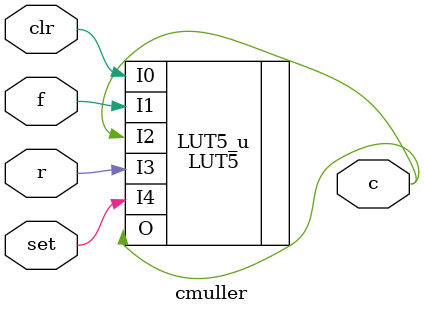
<source format=v>

module cmuller(
    f,
    r,
    clr,
    set,
    c
);

input   f;      // forward input
input   r;      // reverse input
input   set;    // set input
input   clr;    // clear input
output  c;      // c-gate output

// This only used to in test purposes, i.e. generate LUT5 init value, 
// otherwise - LUT hard macro should be used.
/*
wire r_n = ~r;
wire clr_n = ~clr;
assign c = clr_n&(f&c | r_n&c | f&r_n)|set;
*/

//TODO: If several families will be used - wrap this and simmilar code to prepocessor defines
LUT5 //LUT5 from Xilinx Spartan6 family
    #(
        //O = ((!I0 * I2 * !I3) + (!I0 * I1 * I2) + I4 + (!I0 * I1 * !I3));
        .INIT(32'hFFFF4054)
    )
    LUT5_u (
        .O  (c),    // LUT general output
        .I0 (clr),  // LUT input 0
        .I1 (f),    // LUT input 1
        .I2 (c),    // LUT input 2
        .I3 (r),    // LUT input 3
        .I4 (set)   // LUT input 4
    );

endmodule // cmuller

</source>
